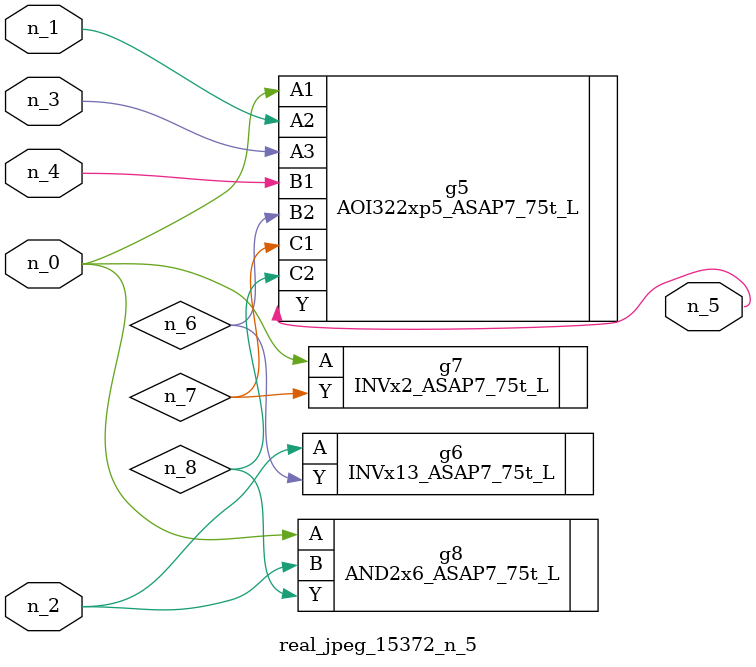
<source format=v>
module real_jpeg_15372_n_5 (n_4, n_0, n_1, n_2, n_3, n_5);

input n_4;
input n_0;
input n_1;
input n_2;
input n_3;

output n_5;

wire n_8;
wire n_6;
wire n_7;

AOI322xp5_ASAP7_75t_L g5 ( 
.A1(n_0),
.A2(n_1),
.A3(n_3),
.B1(n_4),
.B2(n_6),
.C1(n_7),
.C2(n_8),
.Y(n_5)
);

INVx2_ASAP7_75t_L g7 ( 
.A(n_0),
.Y(n_7)
);

AND2x6_ASAP7_75t_L g8 ( 
.A(n_0),
.B(n_2),
.Y(n_8)
);

INVx13_ASAP7_75t_L g6 ( 
.A(n_2),
.Y(n_6)
);


endmodule
</source>
